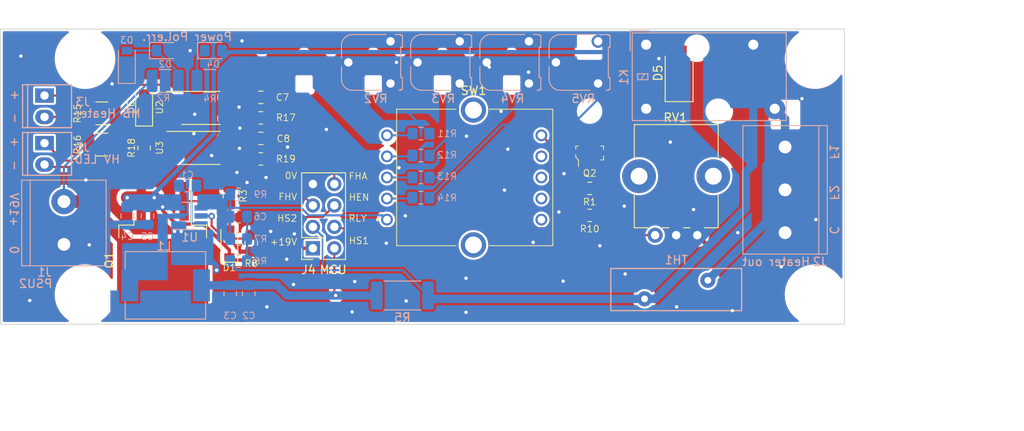
<source format=kicad_pcb>
(kicad_pcb (version 20211014) (generator pcbnew)
  (layers (0 "F.Cu" signal) (31 "B.Cu" signal) (34 "B.Paste" user) (35 "F.Paste" user) (36 "B.SilkS" user "B.Silkscreen") (37 "F.SilkS" user "F.Silkscreen") (38 "B.Mask" user) (39 "F.Mask" user) (44 "Edge.Cuts" user))
  (net 0 "")
  (net 1 "Net-(C1-Pad1)")
  (net 2 "Net-(C1-Pad2)")
  (net 3 "GNDPWR")
  (net 4 "VDC")
  (net 5 "Net-(C6-Pad2)")
  (net 6 "/VSEL_COM")
  (net 7 "Net-(D5-Pad2)")
  (net 8 "HeaterSense2")
  (net 9 "HeaterSense1")
  (net 10 "Net-(R10-Pad2)")
  (net 11 "Net-(D1-Pad2)")
  (net 12 "Net-(D4-Pad1)")
  (net 13 "Net-(R11-Pad2)")
  (net 14 "Net-(R12-Pad2)")
  (net 15 "Net-(R13-Pad2)")
  (net 16 "Net-(R14-Pad2)")
  (net 17 "FlagMBHeaterActive")
  (net 18 "FlagHighVoltage")
  (net 19 "Net-(D6-Pad2)")
  (net 20 "Net-(J5-Pad1)")
  (net 21 "Net-(J5-Pad2)")
  (net 22 "RLY_CTRL")
  (net 23 "Net-(R17-Pad2)")
  (net 24 "Heater_EN")
  (net 25 "Net-(R18-Pad1)")
  (net 26 "Net-(D2-Pad1)")
  (net 27 "/VSEL_VAR")
  (net 28 "Net-(J3-Pad2)")
  (net 29 "/VSEL_12.6")
  (net 30 "Net-(J1-Pad2)")
  (net 31 "/VSEL_6.3")
  (net 32 "Net-(D6-Pad1)")
  (net 33 "/VSEL_5")
  (net 34 "Net-(R19-Pad2)")
  (net 35 "/VSEL_1.4")
  (net 36 "/HeaterOutput")
  (footprint "MountingHole:MountingHole_3.2mm_M3" (layer "F.Cu") (at 151.5 48.5)
    (fp_text reference "H3" hide)
    (fp_text value "MountingHole")
  )
  (footprint "MountingHole:MountingHole_3.2mm_M3" (layer "F.Cu") (at 65 76.5)
    (fp_text reference "H2" hide)
    (fp_text value "MountingHole")
  )
  (footprint "Resistor_SMD:R_0805_2012Metric_Pad1.20x1.40mm_HandSolder" (layer "F.Cu") (at 124.8 63.9)
    (fp_text reference "R1")
    (fp_text value "100kΩ")
  )
  (footprint "Package_TO_SOT_SMD:TO-263-2" (layer "F.Cu") (at 74.2 71.2 -90)
    (fp_text reference "Q1")
    (fp_text value "IRF4905")
  )
  (footprint "Potentiometer_THT:Potentiometer_Bourns_PTV09A-1_Single_Vertical" (layer "F.Cu") (at 137.55 69.45 90)
    (fp_text reference "RV1")
    (fp_text value "220kΩ")
  )
  (footprint "Diode_SMD:D_SMA" (layer "F.Cu") (at 135.3925 50.2075 90)
    (fp_text reference "D5")
    (fp_text value "MRA4005T3G")
  )
  (footprint "Connector_PinSocket_2.54mm:PinSocket_2x04_P2.54mm_Vertical" (layer "F.Cu") (at 92 71 180)
    (fp_text reference "J4")
    (fp_text value "MCU_Interface")
  )
  (footprint "Capacitor_SMD:C_0805_2012Metric_Pad1.18x1.45mm_HandSolder" (layer "F.Cu") (at 85.83375 57.966666 180)
    (fp_text reference "C8")
    (fp_text value "220nF")
  )
  (footprint "Package_SO:SOIC-4_4.55x3.7mm_P2.54mm" (layer "F.Cu") (at 78.73375 54.35)
    (fp_text reference "U2")
    (fp_text value "TLP185")
  )
  (footprint "Capacitor_SMD:C_0805_2012Metric_Pad1.18x1.45mm_HandSolder" (layer "F.Cu") (at 85.83375 53.1 180)
    (fp_text reference "C7")
    (fp_text value "220nF")
  )
  (footprint "MountingHole:MountingHole_3.2mm_M3" (layer "F.Cu") (at 65 48.5)
    (fp_text reference "H1" hide)
    (fp_text value "MountingHole")
  )
  (footprint "MountingHole:MountingHole_3.2mm_M3" (layer "F.Cu") (at 151.5 76.5)
    (fp_text reference "H4" hide)
    (fp_text value "MountingHole")
  )
  (footprint "Resistor_SMD:R_1210_3225Metric_Pad1.30x2.65mm_HandSolder" (layer "F.Cu") (at 67 58.7 180)
    (fp_text reference "R16")
    (fp_text value "3.9kΩ 1/2W")
  )
  (footprint "Resistor_SMD:R_0805_2012Metric_Pad1.20x1.40mm_HandSolder" (layer "F.Cu") (at 82.1 64.8 -90)
    (fp_text reference "R3")
    (fp_text value "100kΩ")
  )
  (footprint "Resistor_SMD:R_1210_3225Metric_Pad1.30x2.65mm_HandSolder" (layer "F.Cu") (at 67 55 180)
    (fp_text reference "R15")
    (fp_text value "3.9kΩ 1/2W")
  )
  (footprint "myDevices:SRBV141404" (layer "F.Cu") (at 100.775 67.6 -90)
    (fp_text reference "SW1")
    (fp_text value "SW_Rotary_1P5T_ALPSALPINE_SRBV" hide)
  )
  (footprint "Resistor_SMD:R_0805_2012Metric_Pad1.20x1.40mm_HandSolder" (layer "F.Cu") (at 85.83375 60.4 180)
    (fp_text reference "R19")
    (fp_text value "220Ω")
  )
  (footprint "Package_SO:SOIC-4_4.55x3.7mm_P2.54mm" (layer "F.Cu") (at 78.73375 59.1)
    (fp_text reference "U3")
    (fp_text value "TLP185")
  )
  (footprint "Resistor_SMD:R_0805_2012Metric_Pad1.20x1.40mm_HandSolder" (layer "F.Cu") (at 124.8 67.1)
    (fp_text reference "R10")
    (fp_text value "3.3kΩ")
  )
  (footprint "Resistor_SMD:R_0805_2012Metric_Pad1.20x1.40mm_HandSolder" (layer "F.Cu") (at 72 59.1 -90)
    (fp_text reference "R18")
    (fp_text value "220Ω")
  )
  (footprint "Diode_SMD:D_SOD-123" (layer "F.Cu") (at 72 54.25 90)
    (fp_text reference "D6")
    (fp_text value "1N4148W")
  )
  (footprint "Diode_SMD:D_SOD-123" (layer "F.Cu") (at 82.1 70.4 90)
    (fp_text reference "D1")
    (fp_text value "12V")
  )
  (footprint "Resistor_SMD:R_0805_2012Metric_Pad1.20x1.40mm_HandSolder" (layer "F.Cu") (at 84.7 70.4 90)
    (fp_text reference "R8")
    (fp_text value "100kΩ")
  )
  (footprint "Resistor_SMD:R_0805_2012Metric_Pad1.20x1.40mm_HandSolder" (layer "F.Cu") (at 85.83375 55.533333 180)
    (fp_text reference "R17")
    (fp_text value "220Ω")
  )
  (footprint "digikey-footprints:SOT-23-3" (layer "F.Cu") (at 124.8 59.7 90)
    (fp_text reference "Q2")
    (fp_text value "BSS138")
  )
  (footprint "myDevices:Relay_TE_OJT_SH_124" (layer "B.Cu") (at 131.487719 46.85 -90)
    (fp_text reference "K1")
    (fp_text value "Relay_TE_OJT_SH_124DM")
  )
  (footprint "Potentiometer_THT:Potentiometer_Runtron_RM-065_Vertical" (layer "B.Cu") (at 109.397239 51.45 90)
    (fp_text reference "RV3")
    (fp_text value "2kΩ")
  )
  (footprint "Resistor_SMD:R_0805_2012Metric_Pad1.20x1.40mm_HandSolder" (layer "B.Cu") (at 83.2 72.526)
    (fp_text reference "R6")
    (fp_text value "49.9Ω")
  )
  (footprint "myDevices:L_8.5x8_H5.4_HandSolder" (layer "B.Cu") (at 70.3 75.4)
    (fp_text reference "L1")
    (fp_text value "10µH 6.7A")
  )
  (footprint "Resistor_SMD:R_0805_2012Metric_Pad1.20x1.40mm_HandSolder" (layer "B.Cu") (at 83.2 64.6)
    (fp_text reference "R9")
    (fp_text value "470kΩ")
  )
  (footprint "LED_SMD:LED_0805_2012Metric_Pad1.15x1.40mm_HandSolder" (layer "B.Cu") (at 80.2 47.55)
    (fp_text reference "D4")
    (fp_text value "\"POWER\"")
  )
  (footprint "Resistor_SMD:R_1210_3225Metric_Pad1.30x2.65mm_HandSolder" (layer "B.Cu") (at 74.5 51.15 180)
    (fp_text reference "R2")
    (fp_text value "3.9kΩ 1/2W")
  )
  (footprint "Capacitor_SMD:C_0805_2012Metric_Pad1.18x1.45mm_HandSolder" (layer "B.Cu") (at 83.1625 67.252)
    (fp_text reference "C6")
    (fp_text value "75pF")
  )
  (footprint "Resistor_SMD:R_0805_2012Metric_Pad1.20x1.40mm_HandSolder" (layer "B.Cu") (at 104.8 65)
    (fp_text reference "R14")
    (fp_text value "75kΩ")
  )
  (footprint "Capacitor_SMD:C_0805_2012Metric_Pad1.18x1.45mm_HandSolder" (layer "B.Cu") (at 82.2 76.4 90)
    (fp_text reference "C3")
    (fp_text value "22µF 25V")
  )
  (footprint "Capacitor_SMD:C_0805_2012Metric_Pad1.18x1.45mm_HandSolder" (layer "B.Cu") (at 84.4 76.4 90)
    (fp_text reference "C2")
    (fp_text value "22µF 25V")
  )
  (footprint "myDevices:TerminalBlock_LCSC_P5.08mm_3" (layer "B.Cu") (at 147.95 58.9915 -90)
    (fp_text reference "J2")
    (fp_text value "Heater Output")
  )
  (footprint "myDevices:KF2510-2P" (layer "B.Cu") (at 60.2 54.15 -90)
    (fp_text reference "J3")
    (fp_text value "Heater Control")
  )
  (footprint "Package_TO_SOT_SMD:SOT-23-6_Handsoldering" (layer "B.Cu") (at 77.4 67.1625)
    (fp_text reference "U1")
    (fp_text value "TPS54302")
  )
  (footprint "Resistor_SMD:R_1210_3225Metric_Pad1.30x2.65mm_HandSolder" (layer "B.Cu") (at 79.8 51.15 180)
    (fp_text reference "R4")
    (fp_text value "3.9kΩ 1/2W")
  )
  (footprint "Capacitor_SMD:C_0805_2012Metric_Pad1.18x1.45mm_HandSolder" (layer "B.Cu") (at 77.1625 63.5625)
    (fp_text reference "C1")
    (fp_text value "100nF")
  )
  (footprint "Potentiometer_THT:Potentiometer_Runtron_RM-065_Vertical" (layer "B.Cu") (at 117.597239 51.45 90)
    (fp_text reference "RV4")
    (fp_text value "2kΩ")
  )
  (footprint "Resistor_SMD:R_0805_2012Metric_Pad1.20x1.40mm_HandSolder" (layer "B.Cu") (at 104.8 60)
    (fp_text reference "R12")
    (fp_text value "9.1kΩ")
  )
  (footprint "Potentiometer_THT:Potentiometer_Runtron_RM-065_Vertical" (layer "B.Cu") (at 125.797239 51.45 90)
    (fp_text reference "RV5")
    (fp_text value "50kΩ")
  )
  (footprint "Capacitor_SMD:C_0805_2012Metric_Pad1.18x1.45mm_HandSolder" (layer "B.Cu") (at 70 67.1625 90)
    (fp_text reference "C4")
    (fp_text value "10µF 50V")
  )
  (footprint "myDevices:KF2510-2P" (layer "B.Cu") (at 60.2 59.8 -90)
    (fp_text reference "J5")
    (fp_text value "High voltage warning")
  )
  (footprint "Varistor:RV_Disc_D15.5mm_W5mm_P7.5mm" (layer "B.Cu") (at 131.3 77)
    (fp_text reference "TH1")
    (fp_text value "25Ω 3.4A")
  )
  (footprint "LED_SMD:LED_0805_2012Metric_Pad1.15x1.40mm_HandSolder" (layer "B.Cu") (at 74.5 47.55)
    (fp_text reference "D2")
    (fp_text value "\"REV POL\"")
  )
  (footprint "Potentiometer_THT:Potentiometer_Runtron_RM-065_Vertical" (layer "B.Cu") (at 101.197239 51.45 90)
    (fp_text reference "RV2")
    (fp_text value "1kΩ")
  )
  (footprint "Resistor_SMD:R_0805_2012Metric_Pad1.20x1.40mm_HandSolder" (layer "B.Cu") (at 104.8 62.6)
    (fp_text reference "R13")
    (fp_text value "13.3kΩ")
  )
  (footprint "Resistor_SMD:R_0805_2012Metric_Pad1.20x1.40mm_HandSolder" (layer "B.Cu") (at 104.8 57.4)
    (fp_text reference "R11")
    (fp_text value "4.7kΩ")
  )
  (footprint "Capacitor_SMD:C_0805_2012Metric_Pad1.18x1.45mm_HandSolder" (layer "B.Cu") (at 72.4 67.1625 90)
    (fp_text reference "C5")
    (fp_text value "100nF")
  )
  (footprint "Diode_SMD:D_SOD-123" (layer "B.Cu") (at 69.95 49.2 90)
    (fp_text reference "D3")
    (fp_text value "1N4148W")
  )
  (footprint "Resistor_SMD:R_2512_6332Metric_Pad1.40x3.35mm_HandSolder" (layer "B.Cu") (at 102.6 76.6)
    (fp_text reference "R5")
    (fp_text value "25mΩ")
  )
  (footprint "Resistor_SMD:R_0805_2012Metric_Pad1.20x1.40mm_HandSolder" (layer "B.Cu") (at 83.2 69.904 180)
    (fp_text reference "R7")
    (fp_text value "100kΩ")
  )
  (footprint "myDevices:TerminalBlock_LCSC_P5.08mm" (layer "B.Cu") (at 62.5 70.54 90)
    (fp_text reference "J1")
    (fp_text value "SMPS2_SEC")
  )
  (gr_line (start 55 80) (end 155 80) (layer "Edge.Cuts") (width 0.1))
  (gr_line (start 55 45) (end 55 80) (layer "Edge.Cuts") (width 0.1))
  (gr_line (start 155 45) (end 155 80) (layer "Edge.Cuts") (width 0.1))
  (gr_line (start 55 45) (end 155 45) (layer "Edge.Cuts") (width 0.1))
  (gr_text "C    F2    F1" (at 153.75 64 270) (layer "B.SilkS") (effects (font (size 1 1)) (justify mirror)))
  (gr_text "0   +19V" (at 56.6 68.05 270) (layer "B.SilkS") (effects (font (size 1 1)) (justify mirror)))
  (gr_text "MB Heater" (at 67.7 55) (layer "B.SilkS") (effects (font (size 1 1)) (justify mirror)))
  (gr_text "Pol.err." (at 74.5 45.9) (layer "B.SilkS") (effects (font (size 1 1)) (justify mirror)))
  (gr_text "Heater out" (at 146.9 72.6) (layer "B.SilkS") (effects (font (size 1 1)) (justify mirror)))
  (gr_text "+  -" (at 56.6 54.2 90) (layer "B.SilkS") (effects (font (size 1 1)) (justify mirror)))
  (gr_text "PSU2" (at 59.15 75.2) (layer "B.SilkS") (effects (font (size 1 1)) (justify mirror)))
  (gr_text "Power" (at 80.2 45.9) (layer "B.SilkS") (effects (font (size 1 1)) (justify mirror)))
  (gr_text "+  -" (at 56.55 59.8 90) (layer "B.SilkS") (effects (font (size 1 1)) (justify mirror)))
  (gr_text "HV LED" (at 66.45 60.45) (layer "B.SilkS") (effects (font (size 1 1)) (justify mirror)))
  (gr_text "RLY" (at 97.307143 67.45) (layer "F.SilkS") (effects (font (size 0.8 0.8) (thickness 0.1))))
  (gr_text "FHV" (at 89.026191 64.9) (layer "F.SilkS") (effects (font (size 0.8 0.8) (thickness 0.1))))
  (gr_text "FHA" (at 97.354762 62.45) (layer "F.SilkS") (effects (font (size 0.8 0.8) (thickness 0.1))))
  (gr_text "MCU" (at 94.4 73.55) (layer "F.SilkS") (effects (font (size 1 1))))
  (gr_text "HS1" (at 97.45 70.1) (layer "F.SilkS") (effects (font (size 0.8 0.8) (thickness 0.1))))
  (gr_text "HS2" (at 88.95 67.45) (layer "F.SilkS") (effects (font (size 0.8 0.8) (thickness 0.1))))
  (gr_text "+19V" (at 88.530953 70.25) (layer "F.SilkS") (effects (font (size 0.8 0.8) (thickness 0.1))))
  (gr_text "0V" (at 89.407143 62.4) (layer "F.SilkS") (effects (font (size 0.8 0.8) (thickness 0.1))))
  (gr_text "HEN" (at 97.47381 64.95) (layer "F.SilkS") (effects (font (size 0.8 0.8) (thickness 0.1))))
  (segment (start 76.125 63.5625) (end 77.155 64.5925) (width 0.25) (layer "B.Cu") (net 1))
  (segment (start 77.155 66.845) (end 76.8375 67.1625) (width 0.25) (layer "B.Cu") (net 1))
  (segment (start 76.8375 67.1625) (end 76.05 67.1625) (width 0.25) (layer "B.Cu") (net 1))
  (segment (start 77.155 64.5925) (end 77.155 66.845) (width 0.25) (layer "B.Cu") (net 1))
  (segment (start 77.605 67.9975) (end 77.605 64.1575) (width 0.25) (layer "B.Cu") (net 2))
  (segment (start 77.72 68.1125) (end 77.605 67.9975) (width 0.25) (layer "B.Cu") (net 2))
  (segment (start 77.605 64.1575) (end 78.2 63.5625) (width 0.25) (layer "B.Cu") (net 2))
  (segment (start 78.75 68.1125) (end 77.72 68.1125) (width 0.25) (layer "B.Cu") (net 2))
  (via (at 137.1 66.4) (size 0.8) (drill 0.4) (layers "F.Cu" "B.Cu") (net 3))
  (via (at 102.95 67.15) (size 0.8) (drill 0.4) (layers "F.Cu" "B.Cu") (net 3))
  (via (at 151.6 67.6) (size 0.8) (drill 0.4) (layers "F.Cu" "B.Cu") (net 3))
  (via (at 86.45 62.6) (size 0.8) (drill 0.4) (layers "F.Cu" "B.Cu") (net 3))
  (via (at 65.5 70.6) (size 0.8) (drill 0.4) (layers "F.Cu" "B.Cu") (net 3))
  (via (at 121.65 74.9) (size 0.8) (drill 0.4) (layers "F.Cu" "B.Cu") (net 3))
  (via (at 103.05 77.25) (size 0.8) (drill 0.4) (layers "F.Cu" "B.Cu") (net 3))
  (via (at 75.6 69) (size 0.8) (drill 0.4) (layers "F.Cu" "B.Cu") (net 3))
  (via (at 77.45 47.55) (size 0.8) (drill 0.4) (layers "F.Cu" "B.Cu") (net 3))
  (via (at 114.7 64.1) (size 0.8) (drill 0.4) (layers "F.Cu" "B.Cu") (net 3))
  (via (at 77.9 57.4) (size 0.8) (drill 0.4) (layers "F.Cu" "B.Cu") (net 3))
  (via (at 76.4 69) (size 0.8) (drill 0.4) (layers "F.Cu" "B.Cu") (net 3))
  (via (at 89.7 75.3) (size 0.8) (drill 0.4) (layers "F.Cu" "B.Cu") (net 3))
  (via (at 96.95 74.95) (size 0.8) (drill 0.4) (layers "F.Cu" "B.Cu") (net 3))
  (via (at 84.2 63.2) (size 0.8) (drill 0.4) (layers "F.Cu" "B.Cu") (net 3))
  (via (at 149.95 53.25) (size 0.8) (drill 0.4) (layers "F.Cu" "B.Cu") (net 3))
  (via (at 133 48.5) (size 0.8) (drill 0.4) (layers "F.Cu" "B.Cu") (net 3))
  (via (at 147.5 73.2) (size 0.8) (drill 0.4) (layers "F.Cu" "B.Cu") (net 3))
  (via (at 83.6 46.4) (size 0.8) (drill 0.4) (layers "F.Cu" "B.Cu") (net 3))
  (via (at 114.3 54.75) (size 0.8) (drill 0.4) (layers "F.Cu" "B.Cu") (net 3))
  (via (at 134.35 58.4) (size 0.8) (drill 0.4) (layers "F.Cu" "B.Cu") (net 3))
  (via (at 110.15 74.55) (size 0.8) (drill 0.4) (layers "F.Cu" "B.Cu") (net 3))
  (via (at 78 55.1) (size 0.8) (drill 0.4) (layers "F.Cu" "B.Cu") (net 3))
  (via (at 121.75 62.15) (size 0.8) (drill 0.4) (layers "F.Cu" "B.Cu") (net 3))
  (via (at 83.25 54.25) (size 0.8) (drill 0.4) (layers "F.Cu" "B.Cu") (net 3))
  (via (at 80.6 73.6) (size 0.8) (drill 0.4) (layers "F.Cu" "B.Cu") (net 3))
  (via (at 86.55 77.95) (size 0.8) (drill 0.4) (layers "F.Cu" "B.Cu") (net 3))
  (via (at 89 59) (size 0.8) (drill 0.4) (layers "F.Cu" "B.Cu") (net 3))
  (via (at 110.15 78.6) (size 0.8) (drill 0.4) (layers "F.Cu" "B.Cu") (net 3))
  (via (at 57.4 48.2) (size 0.8) (drill 0.4) (layers "F.Cu" "B.Cu") (net 3))
  (via (at 142.35 69.15) (size 0.8) (drill 0.4) (layers "F.Cu" "B.Cu") (net 3))
  (via (at 110.2 57.7) (size 0.8) (drill 0.4) (layers "F.Cu" "B.Cu") (net 3))
  (via (at 100.7 70.4) (size 0.8) (drill 0.4) (layers "F.Cu" "B.Cu") (net 3))
  (via (at 93.6 56.9) (size 0.8) (drill 0.4) (layers "F.Cu" "B.Cu") (net 3))
  (via (at 80 60) (size 0.8) (drill 0.4) (layers "F.Cu" "B.Cu") (net 3))
  (via (at 87 69) (size 0.8) (drill 0.4) (layers "F.Cu" "B.Cu") (net 3))
  (via (at 102.2 61.45) (size 0.8) (drill 0.4) (layers "F.Cu" "B.Cu") (net 3))
  (via (at 83.3 59.15) (size 0.8) (drill 0.4) (layers "F.Cu" "B.Cu") (net 3))
  (via (at 126 70.7) (size 0.8) (drill 0.4) (layers "F.Cu" "B.Cu") (net 3))
  (via (at 112.9 49.5) (size 0.8) (drill 0.4) (layers "F.Cu" "B.Cu") (net 3))
  (via (at 68.2 51.5) (size 0.8) (drill 0.4) (layers "F.Cu" "B.Cu") (net 3))
  (via (at 83.35 56.75) (size 0.8) (drill 0.4) (layers "F.Cu" "B.Cu") (net 3))
  (via (at 65.1 62.9) (size 0.8) (drill 0.4) (layers "F.Cu" "B.Cu") (net 3))
  (via (at 101.9 48.95) (size 0.8) (drill 0.4) (layers "F.Cu" "B.Cu") (net 3))
  (via (at 83 62) (size 0.8) (drill 0.4) (layers "F.Cu" "B.Cu") (net 3))
  (via (at 129 74.05) (size 0.8) (drill 0.4) (layers "F.Cu" "B.Cu") (net 3))
  (via (at 117.55 50.1) (size 0.8) (drill 0.4) (layers "F.Cu" "B.Cu") (net 3))
  (via (at 121.15 66.7) (size 0.8) (drill 0.4) (layers "F.Cu" "B.Cu") (net 3))
  (via (at 118.1 70.3) (size 0.8) (drill 0.4) (layers "F.Cu" "B.Cu") (net 3))
  (via (at 141.7 78.4) (size 0.8) (drill 0.4) (layers "F.Cu" "B.Cu") (net 3))
  (via (at 115.1 59.25) (size 0.8) (drill 0.4) (layers "F.Cu" "B.Cu") (net 3))
  (via (at 135.1 77.95) (size 0.8) (drill 0.4) (layers "F.Cu" "B.Cu") (net 3))
  (via (at 88.9 72.3) (size 0.8) (drill 0.4) (layers "F.Cu" "B.Cu") (net 3))
  (via (at 89.8 69.3) (size 0.8) (drill 0.4) (layers "F.Cu" "B.Cu") (net 3))
  (via (at 128.9 66) (size 0.8) (drill 0.4) (layers "F.Cu" "B.Cu") (net 3))
  (via (at 58.45 77.2) (size 0.8) (drill 0.4) (layers "F.Cu" "B.Cu") (net 3))
  (via (at 96.65 78.55) (size 0.8) (drill 0.4) (layers "F.Cu" "B.Cu") (net 3))
  (segment (start 84.2 64.6) (end 84.2 63.2) (width 1) (layer "B.Cu") (net 3))
  (segment (start 76.6 69) (end 80.6 73) (width 0.5) (layer "B.Cu") (net 3))
  (segment (start 64.84 68.2) (end 62.5 70.54) (width 1) (layer "B.Cu") (net 3))
  (segment (start 70 68.2) (end 64.84 68.2) (width 1) (layer "B.Cu") (net 3))
  (segment (start 72.4 68.2) (end 70 68.2) (width 1) (layer "B.Cu") (net 3))
  (segment (start 80.6 73) (end 80.6 73.6) (width 0.5) (layer "B.Cu") (net 3))
  (segment (start 87.15 72.4) (end 88.55 71) (width 0.4) (layer "F.Cu") (net 4))
  (segment (start 74.2 66.535) (end 74.2 66.1) (width 0.4) (layer "F.Cu") (net 4))
  (segment (start 81.3 70.4) (end 79.025 68.125) (width 0.4) (layer "F.Cu") (net 4))
  (segment (start 131.487719 48.302719) (end 131.487719 46.85) (width 0.5) (layer "F.Cu") (net 4))
  (segment (start 135.3925 52.2075) (end 131.487719 48.302719) (width 0.5) (layer "F.Cu") (net 4))
  (segment (start 82.1 71.2) (end 81.3 70.4) (width 0.4) (layer "F.Cu") (net 4))
  (segment (start 79.025 68.125) (end 75.79 68.125) (width 0.4) (layer "F.Cu") (net 4))
  (segment (start 75.79 68.125) (end 74.2 66.535) (width 0.4) (layer "F.Cu") (net 4))
  (segment (start 82.45 72.4) (end 87.15 72.4) (width 0.4) (layer "F.Cu") (net 4))
  (segment (start 82.1 72.05) (end 82.1 71.2) (width 0.4) (layer "F.Cu") (net 4))
  (segment (start 88.55 71) (end 92 71) (width 0.4) (layer "F.Cu") (net 4))
  (segment (start 82.1 72.05) (end 82.45 72.4) (width 0.4) (layer "F.Cu") (net 4))
  (segment (start 70 65) (end 73.2 65) (width 1.5) (layer "F.Cu") (net 4))
  (via (at 70 65) (size 0.8) (drill 0.4) (layers "F.Cu" "B.Cu") (net 4))
  (via (at 74.2 66.1) (size 0.8) (drill 0.4) (layers "F.Cu" "B.Cu") (net 4))
  (via (at 73.2 65) (size 0.8) (drill 0.4) (layers "F.Cu" "B.Cu") (net 4))
  (segment (start 130.612719 47.725) (end 131.487719 46.85) (width 0.5) (layer "B.Cu") (net 4))
  (segment (start 80.25 57.45) (end 80.25 49.535051) (width 0.5) (layer "B.Cu") (net 4))
  (segment (start 80.25 49.535051) (end 82.060051 47.725) (width 0.5) (layer "B.Cu") (net 4))
  (segment (start 73.2 64.5) (end 80.25 57.45) (width 0.5) (layer "B.Cu") (net 4))
  (segment (start 82.060051 47.725) (end 130.612719 47.725) (width 0.5) (layer "B.Cu") (net 4))
  (segment (start 73.2 65) (end 73.2 64.5) (width 0.5) (layer "B.Cu") (net 4))
  (segment (start 84.2 72.495) (end 84.2 67.24) (width 0.25) (layer "B.Cu") (net 5))
  (segment (start 100.27 67.095) (end 100.775 67.6) (width 0.25) (layer "B.Cu") (net 6))
  (segment (start 82.2 66.2) (end 82.1875 66.2125) (width 0.25) (layer "B.Cu") (net 6))
  (segment (start 90.618299 66.2) (end 91.513299 67.095) (width 0.25) (layer "B.Cu") (net 6))
  (segment (start 91.513299 67.095) (end 100.27 67.095) (width 0.25) (layer "B.Cu") (net 6))
  (segment (start 82.2 64.6) (end 82.2 66.2) (width 0.25) (layer "B.Cu") (net 6))
  (segment (start 82.2 66.2) (end 82.2 69.904) (width 0.25) (layer "B.Cu") (net 6))
  (segment (start 82.2 66.2) (end 90.618299 66.2) (width 0.25) (layer "B.Cu") (net 6))
  (segment (start 82.1875 66.2125) (end 78.75 66.2125) (width 0.25) (layer "B.Cu") (net 6))
  (segment (start 136.95 49.765) (end 135.3925 48.2075) (width 0.5) (layer "F.Cu") (net 7))
  (segment (start 131.487719 58.462281) (end 131.3 58.65) (width 0.5) (layer "F.Cu") (net 7))
  (segment (start 132.65 58.65) (end 136.95 54.35) (width 0.5) (layer "F.Cu") (net 7))
  (segment (start 124.8 58.65) (end 131.3 58.65) (width 0.5) (layer "F.Cu") (net 7))
  (segment (start 136.95 54.35) (end 136.95 49.765) (width 0.5) (layer "F.Cu") (net 7))
  (segment (start 131.487719 54.45) (end 131.487719 58.462281) (width 0.5) (layer "F.Cu") (net 7))
  (segment (start 131.3 58.65) (end 132.65 58.65) (width 0.5) (layer "F.Cu") (net 7))
  (segment (start 143.3 61.95) (end 143.3 66.272792) (width 1) (layer "B.Cu") (net 8))
  (segment (start 93.175 69.635) (end 92 68.46) (width 0.25) (layer "B.Cu") (net 8))
  (segment (start 93.15 73.6) (end 102.65 73.6) (width 0.25) (layer "B.Cu") (net 8))
  (segment (start 106.05 77) (end 105.65 76.6) (width 1) (layer "B.Cu") (net 8))
  (segment (start 131.3 77) (end 106.05 77) (width 1) (layer "B.Cu") (net 8))
  (segment (start 144.187719 61.062281) (end 144.187719 46.85) (width 1) (layer "B.Cu") (net 8))
  (segment (start 82.2 72.8) (end 83 73.6) (width 0.25) (layer "B.Cu") (net 8))
  (segment (start 93.175 73.575) (end 93.175 69.635) (width 0.25) (layer "B.Cu") (net 8))
  (segment (start 102.65 73.6) (end 105.65 76.6) (width 0.25) (layer "B.Cu") (net 8))
  (segment (start 132.572792 77) (end 131.3 77) (width 1) (layer "B.Cu") (net 8))
  (segment (start 83 73.6) (end 93.15 73.6) (width 0.25) (layer "B.Cu") (net 8))
  (segment (start 143.3 66.272792) (end 132.572792 77) (width 1) (layer "B.Cu") (net 8))
  (segment (start 93.175 73.575) (end 93.15 73.6) (width 0.25) (layer "B.Cu") (net 8))
  (segment (start 82.2 72.526) (end 82.2 72.8) (width 0.25) (layer "B.Cu") (net 8))
  (segment (start 143.3 61.95) (end 144.187719 61.062281) (width 1) (layer "B.Cu") (net 8))
  (segment (start 94.54 76.44) (end 94.7 76.6) (width 0.25) (layer "F.Cu") (net 9))
  (segment (start 94.54 71) (end 94.54 76.44) (width 0.25) (layer "F.Cu") (net 9))
  (via (at 94.7 76.6) (size 0.8) (drill 0.4) (layers "F.Cu" "B.Cu") (net 9))
  (segment (start 84.3625 75.4) (end 84.4 75.3625) (width 1) (layer "B.Cu") (net 9))
  (segment (start 84.4 75.3625) (end 87.7125 75.3625) (width 1) (layer "B.Cu") (net 9))
  (segment (start 94.7 76.6) (end 88.95 76.6) (width 1) (layer "B.Cu") (net 9))
  (segment (start 99.55 76.6) (end 94.7 76.6) (width 1) (layer "B.Cu") (net 9))
  (segment (start 78.8 75.4) (end 84.3625 75.4) (width 1) (layer "B.Cu") (net 9))
  (segment (start 87.7125 75.3625) (end 88.95 76.6) (width 1) (layer "B.Cu") (net 9))
  (segment (start 125.8 67.1) (end 128.15 69.45) (width 0.25) (layer "F.Cu") (net 10))
  (segment (start 128.15 69.45) (end 132.5 69.45) (width 0.25) (layer "F.Cu") (net 10))
  (segment (start 76.74 65.425) (end 81.725 65.425) (width 0.25) (layer "F.Cu") (net 11))
  (segment (start 82.1 68.75) (end 82.1 65.8) (width 0.25) (layer "F.Cu") (net 11))
  (segment (start 81.725 65.425) (end 82.1 65.8) (width 0.25) (layer "F.Cu") (net 11))
  (segment (start 78.25 48.475) (end 79.175 47.55) (width 0.25) (layer "B.Cu") (net 12))
  (segment (start 78.25 51.15) (end 78.25 48.475) (width 0.25) (layer "B.Cu") (net 12))
  (segment (start 105.8 57.4) (end 101.197239 52.797239) (width 0.25) (layer "B.Cu") (net 13))
  (segment (start 101.197239 52.797239) (end 101.197239 51.45) (width 0.25) (layer "B.Cu") (net 13))
  (segment (start 109.2 56.6) (end 109.2 51.647239) (width 0.25) (layer "B.Cu") (net 14))
  (segment (start 105.8 60) (end 109.2 56.6) (width 0.25) (layer "B.Cu") (net 14))
  (segment (start 109.2 51.647239) (end 109.397239 51.45) (width 0.25) (layer "B.Cu") (net 14))
  (segment (start 107.563604 62.6) (end 117.597239 52.566365) (width 0.25) (layer "B.Cu") (net 15))
  (segment (start 117.597239 52.566365) (end 117.597239 51.45) (width 0.25) (layer "B.Cu") (net 15))
  (segment (start 105.8 62.6) (end 107.563604 62.6) (width 0.25) (layer "B.Cu") (net 15))
  (segment (start 122.75 56.35) (end 125.797239 53.302761) (width 0.25) (layer "B.Cu") (net 16))
  (segment (start 105.8 65) (end 114.45 56.35) (width 0.25) (layer "B.Cu") (net 16))
  (segment (start 114.45 56.35) (end 122.75 56.35) (width 0.25) (layer "B.Cu") (net 16))
  (segment (start 125.797239 53.302761) (end 125.797239 51.45) (width 0.25) (layer "B.Cu") (net 16))
  (segment (start 87.06359 54.15) (end 85.84625 54.15) (width 0.25) (layer "F.Cu") (net 17))
  (segment (start 94.54 61.62641) (end 87.06359 54.15) (width 0.25) (layer "F.Cu") (net 17))
  (segment (start 85.84625 54.15) (end 84.79625 53.1) (width 0.25) (layer "F.Cu") (net 17))
  (segment (start 94.54 63.38) (end 94.54 61.62641) (width 0.25) (layer "F.Cu") (net 17))
  (segment (start 84.79625 53.1) (end 82.00375 53.1) (width 0.25) (layer "F.Cu") (net 17))
  (segment (start 87.3 59.25) (end 86.079584 59.25) (width 0.25) (layer "F.Cu") (net 18))
  (segment (start 90.825 64.745) (end 90.825 62.775) (width 0.25) (layer "F.Cu") (net 18))
  (segment (start 84.69625 57.9) (end 82.05375 57.9) (width 0.25) (layer "F.Cu") (net 18))
  (segment (start 86.079584 59.25) (end 84.79625 57.966666) (width 0.25) (layer "F.Cu") (net 18))
  (segment (start 92 65.92) (end 90.825 64.745) (width 0.25) (layer "F.Cu") (net 18))
  (segment (start 90.825 62.775) (end 87.3 59.25) (width 0.25) (layer "F.Cu") (net 18))
  (segment (start 72 52.6) (end 72.46375 52.6) (width 0.25) (layer "F.Cu") (net 19))
  (segment (start 74.40375 56.7) (end 75.48375 55.62) (width 0.25) (layer "F.Cu") (net 19))
  (segment (start 68.55 58.7) (end 70.55 56.7) (width 0.25) (layer "F.Cu") (net 19))
  (segment (start 72.46375 52.6) (end 75.48375 55.62) (width 0.25) (layer "F.Cu") (net 19))
  (segment (start 70.55 56.7) (end 74.40375 56.7) (width 0.25) (layer "F.Cu") (net 19))
  (segment (start 71.5 60.6) (end 72 60.1) (width 0.25) (layer "F.Cu") (net 20))
  (segment (start 62.37 60.6) (end 71.5 60.6) (width 0.25) (layer "F.Cu") (net 20))
  (segment (start 60.2 58.43) (end 62.37 60.6) (width 0.25) (layer "F.Cu") (net 20))
  (segment (start 75.48375 60.37) (end 74.53 60.37) (width 0.25) (layer "F.Cu") (net 21))
  (segment (start 60.58 61.35) (end 73.55 61.35) (width 0.25) (layer "F.Cu") (net 21))
  (segment (start 60.2 60.97) (end 60.58 61.35) (width 0.25) (layer "F.Cu") (net 21))
  (segment (start 74.53 60.37) (end 73.55 61.35) (width 0.25) (layer "F.Cu") (net 21))
  (segment (start 123.8 63.9) (end 123.85 63.85) (width 0.25) (layer "F.Cu") (net 22))
  (segment (start 94.705 68.625) (end 94.54 68.46) (width 0.25) (layer "F.Cu") (net 22))
  (segment (start 123.8 63.9) (end 124.75 64.85) (width 0.25) (layer "F.Cu") (net 22))
  (segment (start 123.888173 68.625) (end 94.705 68.625) (width 0.25) (layer "F.Cu") (net 22))
  (segment (start 124.75 67.763173) (end 123.888173 68.625) (width 0.25) (layer "F.Cu") (net 22))
  (segment (start 123.85 63.85) (end 123.85 60.75) (width 0.25) (layer "F.Cu") (net 22))
  (segment (start 124.75 64.85) (end 124.75 67.763173) (width 0.25) (layer "F.Cu") (net 22))
  (segment (start 81.98375 55.62) (end 84.747083 55.62) (width 0.25) (layer "F.Cu") (net 23))
  (segment (start 93.175 67.285) (end 94.54 65.92) (width 0.25) (layer "F.Cu") (net 24))
  (segment (start 81.5 69.85) (end 84.25 69.85) (width 0.25) (layer "F.Cu") (net 24))
  (segment (start 86.815 67.285) (end 93.175 67.285) (width 0.25) (layer "F.Cu") (net 24))
  (segment (start 80 67.2) (end 80 68.35) (width 0.25) (layer "F.Cu") (net 24))
  (segment (start 84.7 69.4) (end 86.815 67.285) (width 0.25) (layer "F.Cu") (net 24))
  (segment (start 80 68.35) (end 81.5 69.85) (width 0.25) (layer "F.Cu") (net 24))
  (segment (start 84.25 69.85) (end 84.7 69.4) (width 0.25) (layer "F.Cu") (net 24))
  (via (at 80 67.2) (size 0.8) (drill 0.4) (layers "F.Cu" "B.Cu") (net 24))
  (segment (start 79.9625 67.1625) (end 80 67.2) (width 0.25) (layer "B.Cu") (net 24))
  (segment (start 78.75 67.1625) (end 79.9625 67.1625) (width 0.25) (layer "B.Cu") (net 24))
  (segment (start 72.27 57.83) (end 72 58.1) (width 0.25) (layer "F.Cu") (net 25))
  (segment (start 75.48375 57.83) (end 72.27 57.83) (width 0.25) (layer "F.Cu") (net 25))
  (segment (start 69.95 47.55) (end 73.475 47.55) (width 0.25) (layer "B.Cu") (net 26))
  (segment (start 76.05 50.125) (end 73.475 47.55) (width 0.25) (layer "B.Cu") (net 26))
  (segment (start 76.05 51.15) (end 76.05 50.125) (width 0.25) (layer "B.Cu") (net 26))
  (segment (start 120.1 63.4) (end 120.1 58.625) (width 0.25) (layer "F.Cu") (net 27))
  (segment (start 123.8 67.1) (end 120.1 63.4) (width 0.25) (layer "F.Cu") (net 27))
  (segment (start 120.1 58.625) (end 119.075 57.6) (width 0.25) (layer "F.Cu") (net 27))
  (segment (start 60.2 55.42) (end 65.03 55.42) (width 0.25) (layer "F.Cu") (net 28))
  (segment (start 65.45 58.7) (end 65.45 55) (width 0.25) (layer "F.Cu") (net 28))
  (segment (start 65.03 55.42) (end 65.45 55) (width 0.25) (layer "F.Cu") (net 28))
  (segment (start 103.8 57.4) (end 103.6 57.6) (width 0.25) (layer "B.Cu") (net 29))
  (segment (start 103.6 57.6) (end 100.775 57.6) (width 0.25) (layer "B.Cu") (net 29))
  (segment (start 62.5 65.46) (end 65.085 65.46) (width 1.5) (layer "F.Cu") (net 30))
  (segment (start 65.085 65.46) (end 74.2 74.575) (width 1.5) (layer "F.Cu") (net 30))
  (segment (start 62.5 65.46) (end 62.5 61.35) (width 0.25) (layer "B.Cu") (net 30))
  (segment (start 62.5 61.35) (end 72.95 50.9) (width 0.25) (layer "B.Cu") (net 30))
  (segment (start 103.8 60) (end 103.7 60.1) (width 0.25) (layer "B.Cu") (net 31))
  (segment (start 103.7 60.1) (end 100.775 60.1) (width 0.25) (layer "B.Cu") (net 31))
  (segment (start 60.2 52.88) (end 66.43 52.88) (width 0.25) (layer "F.Cu") (net 32))
  (segment (start 68.55 54.35) (end 71.3 51.6) (width 0.25) (layer "F.Cu") (net 32))
  (segment (start 71.3 51.6) (end 74.00375 51.6) (width 0.25) (layer "F.Cu") (net 32))
  (segment (start 66.43 52.88) (end 68.55 55) (width 0.25) (layer "F.Cu") (net 32))
  (segment (start 68.55 55) (end 68.55 54.35) (width 0.25) (layer "F.Cu") (net 32))
  (segment (start 72 55.9) (end 69.45 55.9) (width 0.25) (layer "F.Cu") (net 32))
  (segment (start 74.00375 51.6) (end 75.48375 53.08) (width 0.25) (layer "F.Cu") (net 32))
  (segment (start 69.45 55.9) (end 68.55 55) (width 0.25) (layer "F.Cu") (net 32))
  (segment (start 103.8 62.6) (end 100.775 62.6) (width 0.25) (layer "B.Cu") (net 33))
  (segment (start 84.83375 60.4) (end 82.01375 60.4) (width 0.25) (layer "F.Cu") (net 34))
  (segment (start 103.7 65.1) (end 100.775 65.1) (width 0.25) (layer "B.Cu") (net 35))
  (segment (start 103.8 65) (end 103.7 65.1) (width 0.25) (layer "B.Cu") (net 35))
  (segment (start 147.95 55.672281) (end 146.727719 54.45) (width 1) (layer "B.Cu") (net 36))
  (segment (start 145.75 61.1915) (end 147.95 58.9915) (width 1) (layer "B.Cu") (net 36))
  (segment (start 145.75 67.85) (end 145.75 61.1915) (width 1) (layer "B.Cu") (net 36))
  (segment (start 147.95 58.9915) (end 147.95 55.672281) (width 1) (layer "B.Cu") (net 36))
  (segment (start 138.8 74.8) (end 145.75 67.85) (width 1) (layer "B.Cu") (net 36))
  (zone (net 3) (net_name "GNDPWR") (layer "F.Cu") (connect_pads (clearance 0.508)) (min_thickness 0.254) (fill yes (thermal_gap 0.508) (thermal_bridge_width 0.508))
    (polygon (pts (xy 155 80) (xy 55 80) (xy 55 45) (xy 155 45)))
  )
  (zone (net 3) (net_name "GNDPWR") (layer "B.Cu") (connect_pads yes (clearance 0.254)) (min_thickness 0.254) (fill yes (thermal_gap 0.508) (thermal_bridge_width 0.508))
    (polygon (pts (xy 155 80) (xy 83.2 80) (xy 83.2 64) (xy 68 64) (xy 68 80) (xy 55 80) (xy 55 45) (xy 155 45)))
  )
  (zone (net 6) (net_name "/VSEL_COM") (layer "B.Cu") (connect_pads yes (clearance 0.254)) (min_thickness 0.254) (fill yes (thermal_gap 0.508) (thermal_bridge_width 0.508))
    (polygon (pts (xy 81.9 70.1) (xy 80.6 70.1) (xy 80.6 66.4) (xy 78.3 66.4) (xy 78.3 64.6) (xy 81.9 64.6)))
  )
  (zone (net 1) (net_name "Net-(C1-Pad1)") (layer "B.Cu") (connect_pads yes (clearance 0.254)) (min_thickness 0.254) (fill yes (thermal_gap 0.508) (thermal_bridge_width 0.508))
    (polygon (pts (xy 75.8 67.5) (xy 74.8 67.5) (xy 74.8 74.8) (xy 69.4 74.8) (xy 69.4 70.4) (xy 73.6 70.4) (xy 73.6 66.9) (xy 75.8 66.9)))
  )
  (zone (net 4) (net_name "VDC") (layer "B.Cu") (connect_pads yes (clearance 0.254)) (min_thickness 0.254) (fill yes (thermal_gap 0.508) (thermal_bridge_width 0.508))
    (polygon (pts (xy 76.4 66.5) (xy 69.6 66.5) (xy 69.6 64.6) (xy 76.4 64.6)))
  )
  (zone (net 3) (net_name "GNDPWR") (layer "B.Cu") (connect_pads yes (clearance 0.254)) (min_thickness 0.254) (fill yes (thermal_gap 0.508) (thermal_bridge_width 0.508))
    (polygon (pts (xy 77 68.8) (xy 80.2 68.8) (xy 80.2 73) (xy 75.2 73) (xy 75.2 67.8) (xy 77 67.8)))
  )
  (zone (net 3) (net_name "GNDPWR") (layer "B.Cu") (connect_pads yes (clearance 0.254)) (min_thickness 0.254) (fill yes (thermal_gap 0.508) (thermal_bridge_width 0.508))
    (polygon (pts (xy 84 80) (xy 68 80) (xy 68 76) (xy 84 76)))
  )
)
</source>
